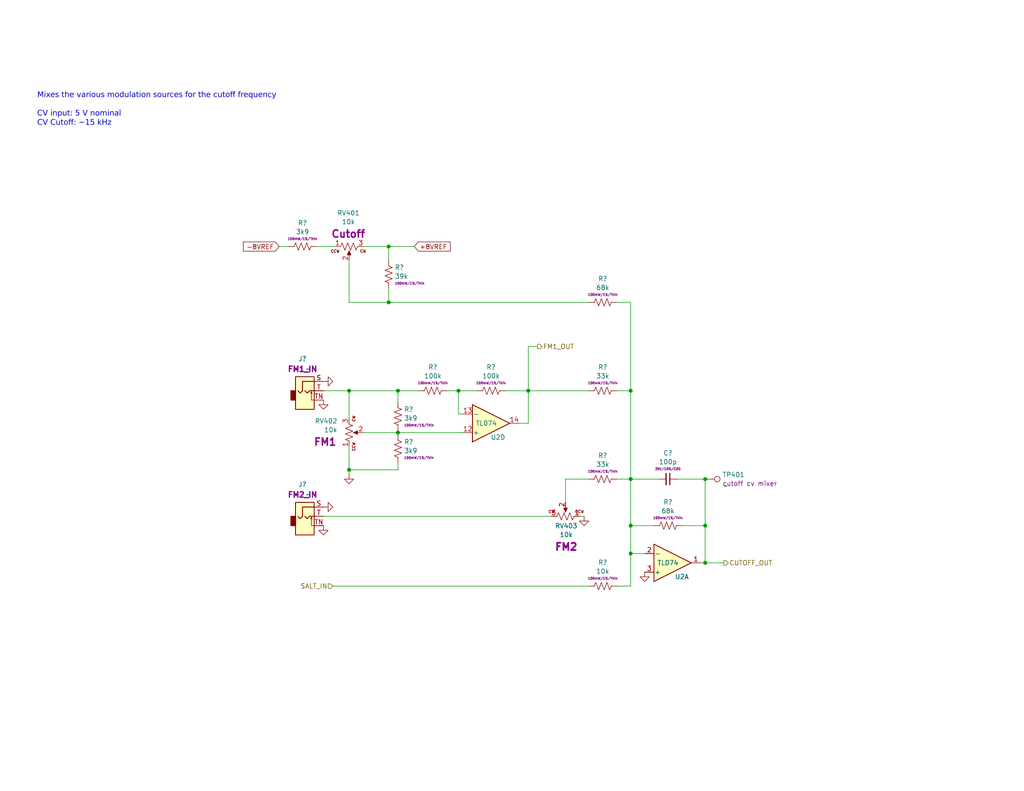
<source format=kicad_sch>
(kicad_sch (version 20250114) (generator "eeschema") (generator_version "9.0")
  (paper "USLetter")
  (title_block (title "Neptune") (date "2023-11-09") (rev "v3") (company "Winterbloom") (comment 1 "Carson Walls") (comment 2 "CERN-OHL-P v2") (comment 3 "neptune.wntr.dev"))
  (lib_symbols
    (symbol "Connector:TestPoint" (pin_numbers (hide yes)) (pin_names (offset 0.762) (hide yes))
      (property "Reference" "TP" (at 0 6.858 0))
      (property "Value" "TestPoint" (at 0 5.08 0))
      (symbol "TestPoint_0_1"
        (circle (center 0 3.302) (radius 0.762))
      )
      (symbol "TestPoint_1_1"
        (pin passive line (at 0 0 90) (length 2.54) (name "1") (number "1"))
      )
    )
    (symbol "Device:C_Small" (pin_numbers (hide yes)) (pin_names (offset 0.254) (hide yes))
      (property "Reference" "C" (at 0.254 1.778 0))
      (property "Value" "C_Small" (at 0.254 -2.032 0))
      (symbol "C_Small_0_1"
        (polyline (pts (xy -1.524 0.508) (xy 1.524 0.508)) (stroke (width 0.3048)))
        (polyline (pts (xy -1.524 -0.508) (xy 1.524 -0.508)) (stroke (width 0.3302)))
      )
      (symbol "C_Small_1_1"
        (pin passive line (at 0 2.54 270) (length 2.032) (name "~") (number "1"))
        (pin passive line (at 0 -2.54 90) (length 2.032) (name "~") (number "2"))
      )
    )
    (symbol "Device:R_US" (pin_numbers (hide yes)) (pin_names (offset 0))
      (property "Reference" "R" (at 2.54 0 90))
      (property "Value" "R_US" (at -2.54 0 90))
      (symbol "R_US_0_1"
        (polyline (pts (xy 0 2.286) (xy 0 2.54)))
        (polyline (pts (xy 0 2.286) (xy 1.016 1.905) (xy 0 1.524) (xy -1.016 1.143) (xy 0 0.762)))
        (polyline (pts (xy 0 0.762) (xy 1.016 0.381) (xy 0 0) (xy -1.016 -0.381) (xy 0 -0.762)))
        (polyline (pts (xy 0 -0.762) (xy 1.016 -1.143) (xy 0 -1.524) (xy -1.016 -1.905) (xy 0 -2.286)))
        (polyline (pts (xy 0 -2.286) (xy 0 -2.54)))
      )
      (symbol "R_US_1_1"
        (pin passive line (at 0 3.81 270) (length 1.27) (name "~") (number "1"))
        (pin passive line (at 0 -3.81 90) (length 1.27) (name "~") (number "2"))
      )
    )
    (symbol "power:GND" (power) (pin_names (offset 0))
      (property "Value" "GND" (at 0 -3.81 0))
      (symbol "GND_0_1"
        (polyline (pts (xy 0 0) (xy 0 -1.27) (xy 1.27 -1.27) (xy 0 -2.54) (xy -1.27 -1.27) (xy 0 -1.27)))
      )
      (symbol "GND_1_1"
        (pin power_in line (at 0 0 270) (length 0) (hide yes) (name "GND") (number "1"))
      )
    )
    (symbol "winterbloom:Eurorack_Mono_Jack" (pin_names (hide yes))
      (property "Reference" "J" (at 3.302 -4.064 0))
      (property "Value" "Eurorack_Mono_Jack" (at 0 5.08 0))
      (symbol "Eurorack_Mono_Jack_0_1"
        (polyline (pts (xy -2.54 1.27) (xy -1.778 1.27) (xy -1.778 -1.016) (xy -1.524 -0.508)))
        (polyline (pts (xy -2.54 -3.81) (xy 0.635 -3.81) (xy 0.635 -1.27) (xy 1.27 -0.635) (xy 1.905 -1.27)) (stroke (width 0.254)))
        (rectangle (start -2.54 -5.08) (end 2.54 3.81) (stroke (width 0.254)) (fill (type background)))
        (polyline (pts (xy -1.778 -1.016) (xy -2.032 -0.508)))
        (polyline (pts (xy 0 -1.27) (xy -0.635 -0.635) (xy -1.27 -1.27) (xy -2.54 -1.27)) (stroke (width 0.254)))
        (rectangle (start 2.54 -1.27) (end 3.81 1.27) (stroke (width 0.254)) (fill (type outline)))
      )
      (symbol "Eurorack_Mono_Jack_1_1"
        (pin passive line (at -5.08 1.27 0) (length 2.54) (name "Tip_normalize") (number "TN"))
        (pin passive line (at -5.08 -1.27 0) (length 2.54) (name "Tip") (number "T"))
        (pin passive line (at -5.08 -3.81 0) (length 2.54) (name "Sleeve") (number "S"))
      )
    )
    (symbol "winterbloom:Eurorack_Pot" (pin_names (offset 1.016) (hide yes))
      (property "Reference" "RV" (at 0 4.445 0))
      (property "Value" "Eurorack_Pot" (at 0 2.54 0))
      (symbol "Eurorack_Pot_0_0"
        (text "CCW" (at -3.81 -1.27 0) (effects (font (size 0.762 0.762))))
        (text "CW" (at 3.81 -1.27 0) (effects (font (size 0.762 0.762))))
      )
      (symbol "Eurorack_Pot_0_1"
        (polyline (pts (xy -2.286 0) (xy -2.54 0)))
        (polyline (pts (xy -0.762 0) (xy -1.143 -1.016) (xy -1.524 0) (xy -1.905 1.016) (xy -2.286 0)))
        (polyline (pts (xy 0 -1.143) (xy 0.508 -2.286) (xy -0.508 -2.286) (xy 0 -1.143)) (fill (type outline)))
        (polyline (pts (xy 0 -2.54) (xy 0 -1.524)))
        (polyline (pts (xy 0.762 0) (xy 0.381 -1.016) (xy 0 0) (xy -0.381 1.016) (xy -0.762 0)))
        (polyline (pts (xy 2.286 0) (xy 1.905 -1.016) (xy 1.524 0) (xy 1.143 1.016) (xy 0.762 0)))
        (polyline (pts (xy 2.54 0) (xy 2.286 0)))
      )
      (symbol "Eurorack_Pot_1_1"
        (pin passive line (at -3.81 0 0) (length 1.27) (name "1") (number "1"))
        (pin passive line (at 0 -3.81 90) (length 1.27) (name "2") (number "2"))
        (pin passive line (at 3.81 0 180) (length 1.27) (name "3") (number "3"))
      )
    )
    (symbol "winterbloom:TL074" (pin_names (offset 0.127))
      (property "Reference" "U" (at 0 3.81 0))
      (property "Value" "TL074" (at 0 -3.81 0))
      (symbol "TL074_1_1"
        (polyline (pts (xy -5.08 5.08) (xy 5.08 0) (xy -5.08 -5.08) (xy -5.08 5.08)) (stroke (width 0.254)) (fill (type background)))
        (pin input line (at -7.62 2.54 0) (length 2.54) (name "+") (number "3"))
        (pin input line (at -7.62 -2.54 0) (length 2.54) (name "-") (number "2"))
        (pin output line (at 7.62 0 180) (length 2.54) (name "~") (number "1"))
      )
      (symbol "TL074_2_1"
        (polyline (pts (xy -5.08 5.08) (xy 5.08 0) (xy -5.08 -5.08) (xy -5.08 5.08)) (stroke (width 0.254)) (fill (type background)))
        (pin input line (at -7.62 2.54 0) (length 2.54) (name "+") (number "5"))
        (pin input line (at -7.62 -2.54 0) (length 2.54) (name "-") (number "6"))
        (pin output line (at 7.62 0 180) (length 2.54) (name "~") (number "7"))
      )
      (symbol "TL074_3_1"
        (polyline (pts (xy -5.08 5.08) (xy 5.08 0) (xy -5.08 -5.08) (xy -5.08 5.08)) (stroke (width 0.254)) (fill (type background)))
        (pin input line (at -7.62 2.54 0) (length 2.54) (name "+") (number "10"))
        (pin input line (at -7.62 -2.54 0) (length 2.54) (name "-") (number "9"))
        (pin output line (at 7.62 0 180) (length 2.54) (name "~") (number "8"))
      )
      (symbol "TL074_4_1"
        (polyline (pts (xy -5.08 5.08) (xy 5.08 0) (xy -5.08 -5.08) (xy -5.08 5.08)) (stroke (width 0.254)) (fill (type background)))
        (pin input line (at -7.62 2.54 0) (length 2.54) (name "+") (number "12"))
        (pin input line (at -7.62 -2.54 0) (length 2.54) (name "-") (number "13"))
        (pin output line (at 7.62 0 180) (length 2.54) (name "~") (number "14"))
      )
      (symbol "TL074_5_1"
        (polyline (pts (xy -5.08 5.08) (xy 5.08 0) (xy -5.08 -5.08) (xy -5.08 5.08)) (stroke (width 0.254)) (fill (type background)))
        (pin power_in line (at -2.54 7.62 270) (length 3.81) (name "V+") (number "4"))
        (pin power_in line (at -2.54 -7.62 90) (length 3.81) (name "V-") (number "11"))
      )
    )
  )
  (text "Mixes the various modulation sources for the cutoff frequency\n\nCV input: 5 V nominal\nCV Cutoff: ~15 kHz\n\n" (at 10.16 37.465 0) (effects (font (size 1.5 1.5)) (justify left bottom)))
  (junction (at 95.25 106.68))
  (junction (at 192.405 143.51))
  (junction (at 106.045 82.55))
  (junction (at 106.045 67.31))
  (junction (at 108.585 106.68))
  (junction (at 172.085 106.68))
  (junction (at 172.085 143.51))
  (junction (at 192.405 130.81))
  (junction (at 144.145 106.68))
  (junction (at 108.585 118.11))
  (junction (at 172.085 130.81))
  (junction (at 125.095 106.68))
  (junction (at 172.085 151.13))
  (junction (at 192.405 153.67))
  (junction (at 95.25 128.27))
  (wire (pts (xy 154.305 130.81) (xy 160.655 130.81)))
  (wire (pts (xy 108.585 128.27) (xy 108.585 126.365)))
  (wire (pts (xy 192.405 143.51) (xy 192.405 153.67)))
  (wire (pts (xy 172.085 151.13) (xy 175.895 151.13)))
  (wire (pts (xy 158.115 140.97) (xy 159.385 140.97)))
  (wire (pts (xy 95.25 106.68) (xy 95.25 114.3)))
  (wire (pts (xy 192.405 130.81) (xy 192.405 143.51)))
  (wire (pts (xy 106.045 67.31) (xy 106.045 71.12)))
  (wire (pts (xy 168.275 106.68) (xy 172.085 106.68)))
  (wire (pts (xy 108.585 118.11) (xy 108.585 118.745)))
  (wire (pts (xy 95.25 82.55) (xy 95.25 71.12)))
  (wire (pts (xy 125.095 113.03) (xy 126.365 113.03)))
  (wire (pts (xy 144.145 106.68) (xy 144.145 115.57)))
  (wire (pts (xy 106.045 67.31) (xy 99.06 67.31)))
  (wire (pts (xy 125.095 106.68) (xy 130.175 106.68)))
  (wire (pts (xy 106.045 82.55) (xy 160.655 82.55)))
  (wire (pts (xy 76.2 67.31) (xy 78.74 67.31)))
  (wire (pts (xy 137.795 106.68) (xy 144.145 106.68)))
  (wire (pts (xy 114.3 106.68) (xy 108.585 106.68)))
  (wire (pts (xy 88.265 140.97) (xy 150.495 140.97)))
  (wire (pts (xy 154.305 137.16) (xy 154.305 130.81)))
  (wire (pts (xy 88.265 106.68) (xy 95.25 106.68)))
  (wire (pts (xy 106.045 78.74) (xy 106.045 82.55)))
  (wire (pts (xy 106.045 82.55) (xy 95.25 82.55)))
  (wire (pts (xy 172.085 82.55) (xy 168.275 82.55)))
  (wire (pts (xy 106.045 67.31) (xy 113.03 67.31)))
  (wire (pts (xy 172.085 143.51) (xy 178.435 143.51)))
  (wire (pts (xy 95.25 121.92) (xy 95.25 128.27)))
  (wire (pts (xy 168.275 130.81) (xy 172.085 130.81)))
  (wire (pts (xy 125.095 106.68) (xy 125.095 113.03)))
  (wire (pts (xy 172.085 151.13) (xy 172.085 160.02)))
  (wire (pts (xy 99.06 118.11) (xy 108.585 118.11)))
  (wire (pts (xy 186.055 143.51) (xy 192.405 143.51)))
  (wire (pts (xy 144.145 106.68) (xy 160.655 106.68)))
  (wire (pts (xy 121.92 106.68) (xy 125.095 106.68)))
  (wire (pts (xy 172.085 82.55) (xy 172.085 106.68)))
  (wire (pts (xy 90.805 160.02) (xy 160.655 160.02)))
  (wire (pts (xy 172.085 130.81) (xy 172.085 143.51)))
  (wire (pts (xy 144.145 94.615) (xy 144.145 106.68)))
  (wire (pts (xy 95.25 128.27) (xy 108.585 128.27)))
  (wire (pts (xy 86.36 67.31) (xy 91.44 67.31)))
  (wire (pts (xy 146.685 94.615) (xy 144.145 94.615)))
  (wire (pts (xy 144.145 115.57) (xy 141.605 115.57)))
  (wire (pts (xy 108.585 118.11) (xy 126.365 118.11)))
  (wire (pts (xy 108.585 117.475) (xy 108.585 118.11)))
  (wire (pts (xy 184.785 130.81) (xy 192.405 130.81)))
  (wire (pts (xy 108.585 106.68) (xy 108.585 109.855)))
  (wire (pts (xy 172.085 143.51) (xy 172.085 151.13)))
  (wire (pts (xy 168.275 160.02) (xy 172.085 160.02)))
  (wire (pts (xy 95.25 106.68) (xy 108.585 106.68)))
  (wire (pts (xy 192.405 153.67) (xy 191.135 153.67)))
  (wire (pts (xy 95.25 128.27) (xy 95.25 129.54)))
  (wire (pts (xy 172.085 106.68) (xy 172.085 130.81)))
  (wire (pts (xy 172.085 130.81) (xy 179.705 130.81)))
  (wire (pts (xy 192.405 153.67) (xy 197.485 153.67)))
  (global_label "+8VREF" (shape input) (at 113.03 67.31 0) (property "Intersheetrefs" "${INTERSHEET_REFS}" (effects (hide yes))))
  (global_label "-8VREF" (shape input) (at 76.2 67.31 180) (property "Intersheetrefs" "${INTERSHEET_REFS}" (effects (hide yes))))
  (hierarchical_label "FM1_OUT" (shape output) (at 146.685 94.615 0))
  (hierarchical_label "SALT_IN" (shape input) (at 90.805 160.02 180))
  (hierarchical_label "CUTOFF_OUT" (shape output) (at 197.485 153.67 0))
  (symbol (lib_id "winterbloom:Eurorack_Pot") (at 95.25 67.31 0) (unit 1)
    (property "Reference" "RV401" (at 95.0595 58.1517 0))
    (property "Value" "10k" (at 95.0595 60.5759 0))
    (property "Footprint" "winterbloom:Potentiometer_Alpha_R0904N_LongPads" (effects (hide yes)))
    (property "Datasheet" "https://www.thonk.co.uk/wp-content/uploads/Documents/alpha/9mm/Alpha%209mm%20Vertical%20-%20Linear%20Taper%20B1K-B500K.pdf" (effects (hide yes)))
    (property "MPN" "https://www.thonk.co.uk/shop/alpha-9mm-pots/" (effects (hide yes)))
    (property "Notes" "6.35 mm round shaft, 15 mm height" (effects (hide yes)))
    (property "Rating" "B10k" (effects (hide yes)))
    (property "Name" "Cutoff" (at 95.0595 63.8505 0) (effects (font (size 2 2) (bold yes))))
  )
  (symbol (lib_id "power:GND") (at 88.265 104.14 90) (unit 1)
    (property "Reference" "#PWR0401" (effects (hide yes)))
    (property "Value" "GND" (effects (hide yes)))
    (instances (project "board" (path "" (reference "#PWR?") (unit 1))) (project "mainboard" (path "" (reference "#PWR0401") (unit 1))))
  )
  (symbol (lib_id "Device:R_US") (at 118.11 106.68 270) (unit 1)
    (property "Reference" "R403" (at 118.11 100.2361 90))
    (property "Value" "100k" (at 118.11 102.6603 90))
    (property "Footprint" "winterbloom:R_0603_HandSolder" (effects (hide yes)))
    (property "Rating" "100mW/1%/Thin" (at 118.11 104.5777 90) (effects (font (size 0.64 0.64))))
    (property "DigiKey" "13-RT0603FRE13100KLTR-ND" (effects (hide yes)))
    (property "LCSC" "C4107493" (effects (hide yes)))
    (property "Substitutes Allowed" "Yes" (effects (hide yes)))
    (property "MPN" "RT0603FRE13100KL" (effects (hide yes)))
    (instances (project "board" (path "" (reference "R?") (unit 1))) (project "mainboard" (path "" (reference "R403") (unit 1))))
  )
  (symbol (lib_id "Connector:TestPoint") (at 192.405 130.81 270) (unit 1)
    (property "Reference" "TP401" (at 197.104 129.5979 90) (effects (justify left)))
    (property "Value" "~" (at 197.485 132.715 90) (effects (justify left)))
    (property "Footprint" "TestPoint:TestPoint_Pad_D1.5mm" (effects (hide yes)))
    (property "Name" "cutoff cv mixer" (at 197.104 132.0221 90) (effects (justify left)))
  )
  (symbol (lib_id "power:GND") (at 88.265 143.51 0) (unit 1)
    (property "Reference" "#PWR0404" (effects (hide yes)))
    (property "Value" "GND" (effects (hide yes)))
    (instances (project "board" (path "" (reference "#PWR?") (unit 1))) (project "mainboard" (path "" (reference "#PWR0404") (unit 1))))
  )
  (symbol (lib_id "Device:R_US") (at 82.55 67.31 270) (unit 1)
    (property "Reference" "R401" (at 82.55 60.8661 90))
    (property "Value" "3k9" (at 82.55 63.2903 90))
    (property "Footprint" "winterbloom:R_0603_HandSolder" (effects (hide yes)))
    (property "Rating" "100mW/1%/Thin" (at 82.55 65.2077 90) (effects (font (size 0.64 0.64))))
    (property "DigiKey" "YAG5961CT-ND" (effects (hide yes)))
    (property "LCSC" "C863790" (effects (hide yes)))
    (property "Substitutes Allowed" "Yes" (effects (hide yes)))
    (property "MPN" "RT0603FRE073K9L" (effects (hide yes)))
    (instances (project "board" (path "" (reference "R?") (unit 1))) (project "mainboard" (path "" (reference "R401") (unit 1))))
  )
  (symbol (lib_id "Device:R_US") (at 182.245 143.51 90) (unit 1)
    (property "Reference" "R409" (at 182.245 137.0661 90))
    (property "Value" "68k" (at 182.245 139.4903 90))
    (property "Footprint" "winterbloom:R_0603_HandSolder" (effects (hide yes)))
    (property "Rating" "100mW/1%/Thin" (at 182.245 141.4077 90) (effects (font (size 0.64 0.64))))
    (property "DigiKey" "YAG5967CT-ND" (effects (hide yes)))
    (property "LCSC" "C706189" (effects (hide yes)))
    (property "Substitutes Allowed" "Yes" (effects (hide yes)))
    (property "MPN" "RT0603FRE0768KL" (effects (hide yes)))
    (instances (project "board" (path "" (reference "R?") (unit 1))) (project "mainboard" (path "" (reference "R409") (unit 1))))
  )
  (symbol (lib_id "Device:R_US") (at 108.585 113.665 0) (unit 1)
    (property "Reference" "R410" (at 110.236 111.7476 0) (effects (justify left)))
    (property "Value" "3k9" (at 110.236 114.1718 0) (effects (justify left)))
    (property "Footprint" "winterbloom:R_0603_HandSolder" (effects (hide yes)))
    (property "Rating" "100mW/1%/Thin" (at 110.236 116.0892 0) (effects (font (size 0.64 0.64)) (justify left)))
    (property "DigiKey" "YAG5961CT-ND" (effects (hide yes)))
    (property "LCSC" "C863790" (effects (hide yes)))
    (property "Substitutes Allowed" "Yes" (effects (hide yes)))
    (property "MPN" "RT0603FRE073K9L" (effects (hide yes)))
    (instances (project "board" (path "" (reference "R?") (unit 1))) (project "mainboard" (path "" (reference "R410") (unit 1))))
  )
  (symbol (lib_id "Device:R_US") (at 164.465 160.02 270) (unit 1)
    (property "Reference" "R408" (at 164.465 153.5761 90))
    (property "Value" "10k" (at 164.465 156.0003 90))
    (property "Footprint" "winterbloom:R_0603_HandSolder" (effects (hide yes)))
    (property "Rating" "100mW/1%/Thin" (at 164.465 157.9177 90) (effects (font (size 0.64 0.64))))
    (property "DigiKey" "YAG2321CT-ND" (effects (hide yes)))
    (property "LCSC" "C469659" (effects (hide yes)))
    (property "Substitutes Allowed" "Yes" (effects (hide yes)))
    (property "MPN" "RT0603FRE0710KL" (effects (hide yes)))
    (instances (project "board" (path "" (reference "R?") (unit 1))) (project "mainboard" (path "" (reference "R408") (unit 1))))
  )
  (symbol (lib_id "Device:R_US") (at 164.465 106.68 270) (unit 1)
    (property "Reference" "R406" (at 164.465 100.2361 90))
    (property "Value" "33k" (at 164.465 102.6603 90))
    (property "Footprint" "winterbloom:R_0603_HandSolder" (effects (hide yes)))
    (property "Rating" "100mW/1%/Thin" (at 164.465 104.5777 90) (effects (font (size 0.64 0.64))))
    (property "DigiKey" "YAG5959CT-ND" (effects (hide yes)))
    (property "LCSC" "C706162" (effects (hide yes)))
    (property "Substitutes Allowed" "Yes" (effects (hide yes)))
    (property "MPN" "RT0603FRE0733KL" (effects (hide yes)))
    (instances (project "board" (path "" (reference "R?") (unit 1))) (project "mainboard" (path "" (reference "R406") (unit 1))))
  )
  (symbol (lib_id "power:GND") (at 95.25 129.54 0) (unit 1)
    (property "Reference" "#PWR05" (effects (hide yes)))
    (property "Value" "GND" (effects (hide yes)))
    (instances (project "board" (path "" (reference "#PWR?") (unit 1))) (project "mainboard" (path "" (reference "#PWR05") (unit 1))))
  )
  (symbol (lib_id "winterbloom:Eurorack_Mono_Jack") (at 83.185 107.95 180) (unit 1)
    (property "Reference" "J401" (at 82.55 97.9609 0))
    (property "Value" "~" (at 83.9978 100.7364 0))
    (property "Footprint" "winterbloom:AudioJack_WQP518MA_Compact_S_LongPads" (effects (hide yes)))
    (property "Datasheet" "http://www.qingpu-electronics.com/en/products/WQP-PJ398SM-362.html" (effects (hide yes)))
    (property "MPN" "WQP-WQP518MA" (effects (hide yes)))
    (property "Name" "FM1_IN" (at 82.55 100.7675 0) (effects (font (size 1.5 1.5) (bold yes))))
    (instances (project "board" (path "" (reference "J?") (unit 1))) (project "mainboard" (path "" (reference "J401") (unit 1))))
  )
  (symbol (lib_id "Device:C_Small") (at 182.245 130.81 270) (unit 1)
    (property "Reference" "C401" (at 182.2386 123.693 90))
    (property "Value" "100p" (at 182.2386 126.1172 90))
    (property "Footprint" "winterbloom:C_0603_HandSolder" (effects (hide yes)))
    (property "Rating" "25V/10%/C0G" (at 182.2386 128.0346 90) (effects (font (size 0.64 0.64))))
    (property "DigiKey" "1276-1008-1-ND" (effects (hide yes)))
    (property "LCSC" "C14858" (effects (hide yes)))
    (property "MPN" "CL10C101JB8NNNC" (effects (hide yes)))
    (property "Substitutes Allowed" "Yes" (effects (hide yes)))
    (instances (project "board" (path "" (reference "C?") (unit 1))) (project "mainboard" (path "" (reference "C401") (unit 1))))
  )
  (symbol (lib_id "Device:R_US") (at 108.585 122.555 0) (unit 1)
    (property "Reference" "R411" (at 110.236 120.6376 0) (effects (justify left)))
    (property "Value" "3k9" (at 110.236 123.0618 0) (effects (justify left)))
    (property "Footprint" "winterbloom:R_0603_HandSolder" (effects (hide yes)))
    (property "Rating" "100mW/1%/Thin" (at 110.236 124.9792 0) (effects (font (size 0.64 0.64)) (justify left)))
    (property "DigiKey" "YAG5961CT-ND" (effects (hide yes)))
    (property "LCSC" "C863790" (effects (hide yes)))
    (property "Substitutes Allowed" "Yes" (effects (hide yes)))
    (property "MPN" "RT0603FRE073K9L" (effects (hide yes)))
    (instances (project "board" (path "" (reference "R?") (unit 1))) (project "mainboard" (path "" (reference "R411") (unit 1))))
  )
  (symbol (lib_id "winterbloom:Eurorack_Pot") (at 154.305 140.97 180) (unit 1)
    (property "Reference" "RV403" (at 154.4954 143.5791 0))
    (property "Value" "10k" (at 154.4954 146.0033 0))
    (property "Footprint" "winterbloom:Potentiometer_Alpha_R0904N_LongPads" (effects (hide yes)))
    (property "Datasheet" "https://www.thonk.co.uk/wp-content/uploads/Documents/alpha/9mm/Alpha%209mm%20Vertical%20-%20Linear%20Taper%20B1K-B500K.pdf" (effects (hide yes)))
    (property "MPN" "https://www.thonk.co.uk/shop/alpha-9mm-pots/" (effects (hide yes)))
    (property "Notes" "6.35 mm round shaft, 15 mm height" (effects (hide yes)))
    (property "Rating" "B10k" (effects (hide yes)))
    (property "Name" "FM2" (at 154.4954 149.2779 0) (effects (font (size 2 2) (bold yes))))
  )
  (symbol (lib_id "Device:R_US") (at 164.465 130.81 270) (unit 1)
    (property "Reference" "R407" (at 164.465 124.3661 90))
    (property "Value" "33k" (at 164.465 126.7903 90))
    (property "Footprint" "winterbloom:R_0603_HandSolder" (effects (hide yes)))
    (property "Rating" "100mW/1%/Thin" (at 164.465 128.7077 90) (effects (font (size 0.64 0.64))))
    (property "DigiKey" "YAG5959CT-ND" (effects (hide yes)))
    (property "LCSC" "C706162" (effects (hide yes)))
    (property "Substitutes Allowed" "Yes" (effects (hide yes)))
    (property "MPN" "RT0603FRE0733KL" (effects (hide yes)))
    (instances (project "board" (path "" (reference "R?") (unit 1))) (project "mainboard" (path "" (reference "R407") (unit 1))))
  )
  (symbol (lib_id "power:GND") (at 159.385 140.97 0) (unit 1)
    (property "Reference" "#PWR0406" (effects (hide yes)))
    (property "Value" "GND" (effects (hide yes)))
    (instances (project "board" (path "" (reference "#PWR?") (unit 1))) (project "mainboard" (path "" (reference "#PWR0406") (unit 1))))
  )
  (symbol (lib_id "winterbloom:TL074") (at 133.985 115.57 0) (mirror x) (unit 4)
    (property "Reference" "U2" (at 135.89 119.38 0))
    (property "Value" "TL074" (at 132.715 115.57 0))
    (property "Footprint" "Package_SO:TSSOP-14_4.4x5mm_P0.65mm" (effects (hide yes)))
    (property "Datasheet" "https://www.ti.com/lit/ds/symlink/tl071.pdf" (effects (hide yes)))
    (property "MPN" "TL074HIPWR" (effects (hide yes)))
    (property "DigiKey" "296-TL074HIPWRCT-ND" (effects (hide yes)))
    (property "LCSC" "C4370424" (effects (hide yes)))
    (property "Substitutes Allowed" "No" (effects (hide yes)))
    (property "Notes" "TL074H over TL074C due to better input offset voltage" (effects (hide yes)))
  )
  (symbol (lib_id "winterbloom:Eurorack_Mono_Jack") (at 83.185 142.24 180) (unit 1)
    (property "Reference" "J402" (at 82.55 132.2509 0))
    (property "Value" "~" (at 83.9978 135.0264 0))
    (property "Footprint" "winterbloom:AudioJack_WQP518MA_Compact_S_LongPads" (effects (hide yes)))
    (property "Datasheet" "http://www.qingpu-electronics.com/en/products/WQP-PJ398SM-362.html" (effects (hide yes)))
    (property "MPN" "WQP-WQP518MA" (effects (hide yes)))
    (property "Name" "FM2_IN" (at 82.55 135.0575 0) (effects (font (size 1.5 1.5) (bold yes))))
    (instances (project "board" (path "" (reference "J?") (unit 1))) (project "mainboard" (path "" (reference "J402") (unit 1))))
  )
  (symbol (lib_id "power:GND") (at 175.895 156.21 0) (unit 1)
    (property "Reference" "#PWR0407" (effects (hide yes)))
    (property "Value" "GND" (effects (hide yes)))
    (instances (project "board" (path "" (reference "#PWR?") (unit 1))) (project "mainboard" (path "" (reference "#PWR0407") (unit 1))))
  )
  (symbol (lib_id "winterbloom:TL074") (at 183.515 153.67 0) (mirror x) (unit 1)
    (property "Reference" "U2" (at 186.055 157.48 0))
    (property "Value" "TL074" (at 182.245 153.67 0))
    (property "Footprint" "Package_SO:TSSOP-14_4.4x5mm_P0.65mm" (effects (hide yes)))
    (property "Datasheet" "https://www.ti.com/lit/ds/symlink/tl071.pdf" (effects (hide yes)))
    (property "MPN" "TL074HIPWR" (effects (hide yes)))
    (property "DigiKey" "296-TL074HIPWRCT-ND" (effects (hide yes)))
    (property "LCSC" "C4370424" (effects (hide yes)))
    (property "Substitutes Allowed" "No" (effects (hide yes)))
    (property "Notes" "TL074H over TL074C due to better input offset voltage" (effects (hide yes)))
  )
  (symbol (lib_id "power:GND") (at 88.265 138.43 90) (unit 1)
    (property "Reference" "#PWR0403" (effects (hide yes)))
    (property "Value" "GND" (effects (hide yes)))
    (instances (project "board" (path "" (reference "#PWR?") (unit 1))) (project "mainboard" (path "" (reference "#PWR0403") (unit 1))))
  )
  (symbol (lib_id "power:GND") (at 88.265 109.22 0) (unit 1)
    (property "Reference" "#PWR0402" (effects (hide yes)))
    (property "Value" "GND" (effects (hide yes)))
    (instances (project "board" (path "" (reference "#PWR?") (unit 1))) (project "mainboard" (path "" (reference "#PWR0402") (unit 1))))
  )
  (symbol (lib_id "Device:R_US") (at 133.985 106.68 270) (unit 1)
    (property "Reference" "R404" (at 133.985 100.2361 90))
    (property "Value" "100k" (at 133.985 102.6603 90))
    (property "Footprint" "winterbloom:R_0603_HandSolder" (effects (hide yes)))
    (property "Rating" "100mW/1%/Thin" (at 133.985 104.5777 90) (effects (font (size 0.64 0.64))))
    (property "DigiKey" "13-RT0603FRE13100KLTR-ND" (effects (hide yes)))
    (property "LCSC" "C4107493" (effects (hide yes)))
    (property "Substitutes Allowed" "Yes" (effects (hide yes)))
    (property "MPN" "RT0603FRE13100KL" (effects (hide yes)))
    (instances (project "board" (path "" (reference "R?") (unit 1))) (project "mainboard" (path "" (reference "R404") (unit 1))))
  )
  (symbol (lib_id "winterbloom:Eurorack_Pot") (at 95.25 118.11 90) (unit 1)
    (property "Reference" "RV402" (at 92.075 114.9512 90) (effects (justify left)))
    (property "Value" "10k" (at 92.075 117.3754 90) (effects (justify left)))
    (property "Footprint" "winterbloom:Potentiometer_Alpha_R0904N_LongPads" (effects (hide yes)))
    (property "Datasheet" "https://www.thonk.co.uk/wp-content/uploads/Documents/alpha/9mm/Alpha%209mm%20Vertical%20-%20Linear%20Taper%20B1K-B500K.pdf" (effects (hide yes)))
    (property "MPN" "https://www.thonk.co.uk/shop/alpha-9mm-pots/" (effects (hide yes)))
    (property "Notes" "6.35 mm round shaft, 15 mm height" (effects (hide yes)))
    (property "Rating" "B10k" (effects (hide yes)))
    (property "Name" "FM1" (at 92.075 120.65 90) (effects (font (size 2 2) (bold yes)) (justify left)))
  )
  (symbol (lib_id "Device:R_US") (at 164.465 82.55 90) (unit 1)
    (property "Reference" "R405" (at 164.465 76.1061 90))
    (property "Value" "68k" (at 164.465 78.5303 90))
    (property "Footprint" "winterbloom:R_0603_HandSolder" (effects (hide yes)))
    (property "Rating" "100mW/1%/Thin" (at 164.465 80.4477 90) (effects (font (size 0.64 0.64))))
    (property "DigiKey" "YAG5967CT-ND" (effects (hide yes)))
    (property "LCSC" "C706189" (effects (hide yes)))
    (property "Substitutes Allowed" "Yes" (effects (hide yes)))
    (property "MPN" "RT0603FRE0768KL" (effects (hide yes)))
    (instances (project "board" (path "" (reference "R?") (unit 1))) (project "mainboard" (path "" (reference "R405") (unit 1))))
  )
  (symbol (lib_id "Device:R_US") (at 106.045 74.93 0) (unit 1)
    (property "Reference" "R402" (at 107.696 73.0126 0) (effects (justify left)))
    (property "Value" "39k" (at 107.696 75.4368 0) (effects (justify left)))
    (property "Footprint" "winterbloom:R_0603_HandSolder" (effects (hide yes)))
    (property "Rating" "100mW/1%/Thin" (at 107.696 77.3542 0) (effects (font (size 0.64 0.64)) (justify left)))
    (property "DigiKey" "13-RT0603FRE0739KLCT-ND" (effects (hide yes)))
    (property "LCSC" "C706166" (effects (hide yes)))
    (property "Substitutes Allowed" "Yes" (effects (hide yes)))
    (property "MPN" "RT0603FRE0739KL" (effects (hide yes)))
    (instances (project "board" (path "" (reference "R?") (unit 1))) (project "mainboard" (path "" (reference "R402") (unit 1))))
  )
)
</source>
